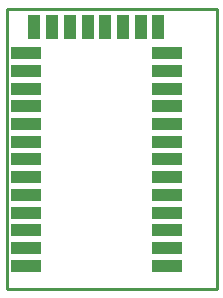
<source format=gtp>
G04 Layer_Color=8421504*
%FSLAX25Y25*%
%MOIN*%
G70*
G01*
G75*
%ADD10R,0.09843X0.03937*%
%ADD11R,0.03937X0.07874*%
%ADD12C,0.01000*%
D10*
X6256Y78740D02*
D03*
Y7874D02*
D03*
Y13780D02*
D03*
Y19685D02*
D03*
Y25591D02*
D03*
Y31496D02*
D03*
Y37402D02*
D03*
Y43307D02*
D03*
Y49213D02*
D03*
Y55118D02*
D03*
Y61024D02*
D03*
Y66929D02*
D03*
Y72835D02*
D03*
X53500Y7874D02*
D03*
Y78740D02*
D03*
Y72835D02*
D03*
Y66929D02*
D03*
Y61024D02*
D03*
Y55118D02*
D03*
Y49213D02*
D03*
Y43307D02*
D03*
Y37402D02*
D03*
Y31496D02*
D03*
Y25591D02*
D03*
Y19685D02*
D03*
Y13780D02*
D03*
D11*
X50547Y87599D02*
D03*
X9209Y87599D02*
D03*
X15114Y87599D02*
D03*
X21020D02*
D03*
X26925D02*
D03*
X32831D02*
D03*
X38736D02*
D03*
X44642Y87599D02*
D03*
D12*
X-0Y0D02*
Y93504D01*
Y0D02*
X0Y0D01*
X70000D01*
Y93504D01*
X70000Y93504D02*
X70000Y93504D01*
X-0Y93504D02*
X70000D01*
M02*

</source>
